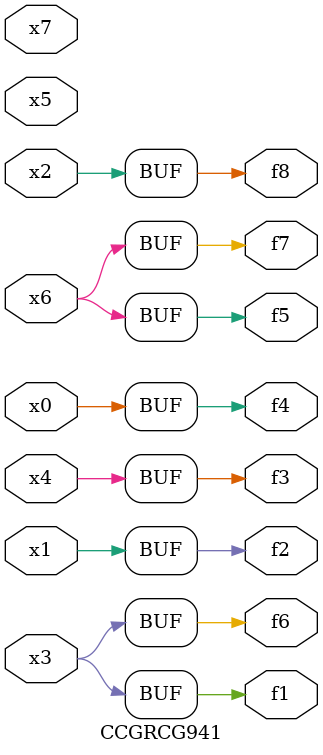
<source format=v>
module CCGRCG941(
	input x0, x1, x2, x3, x4, x5, x6, x7,
	output f1, f2, f3, f4, f5, f6, f7, f8
);
	assign f1 = x3;
	assign f2 = x1;
	assign f3 = x4;
	assign f4 = x0;
	assign f5 = x6;
	assign f6 = x3;
	assign f7 = x6;
	assign f8 = x2;
endmodule

</source>
